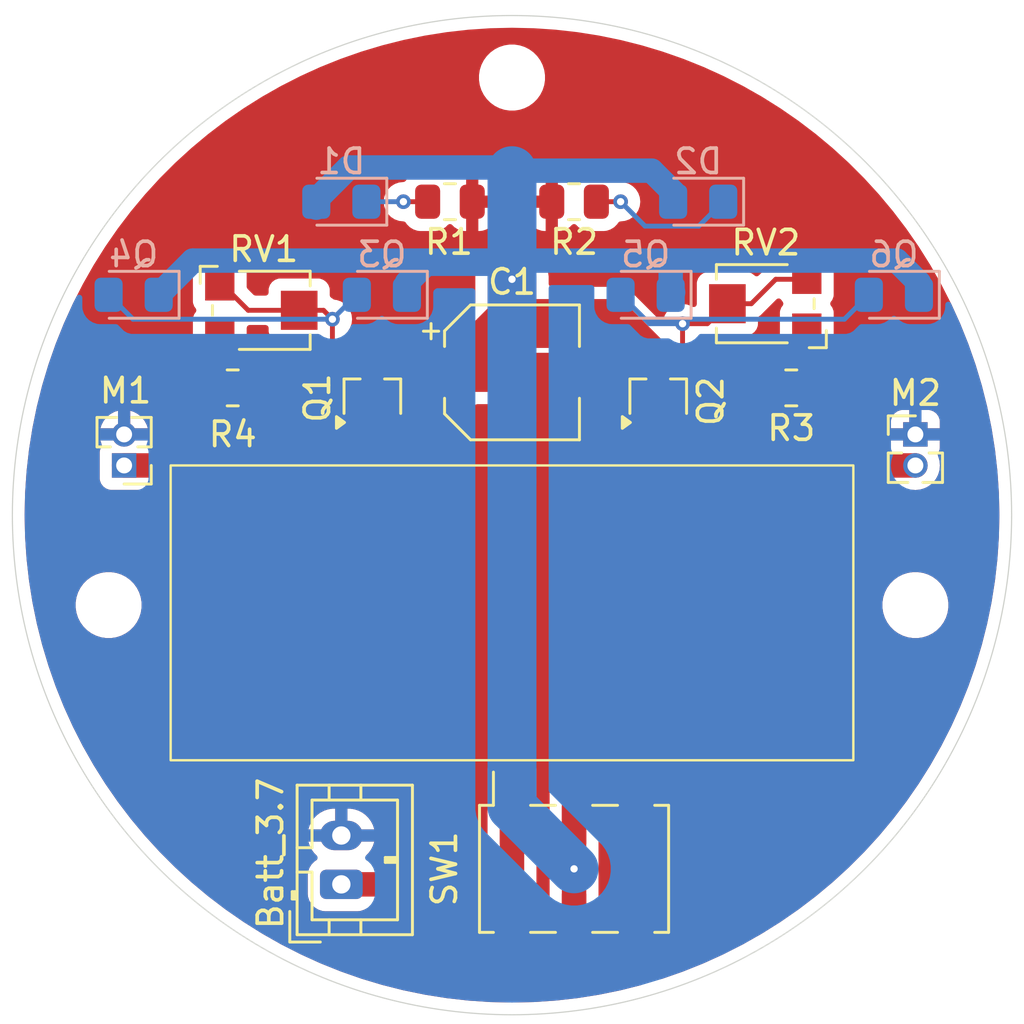
<source format=kicad_pcb>
(kicad_pcb (version 20240108) (generator "pcbnew") (generator_version "8.0")
  (layers (0 "F.Cu" signal) (31 "B.Cu" signal) (34 "B.Paste" user) (35 "F.Paste" user) (36 "B.SilkS" user "B.Silkscreen") (37 "F.SilkS" user "F.Silkscreen") (38 "B.Mask" user) (39 "F.Mask" user) (44 "Edge.Cuts" user))
  (net 0 "")
  (net 1 "Net-(Batt_3.7-Pin_1)")
  (net 2 "GND")
  (net 3 "+BATT")
  (net 4 "Net-(D1-K)")
  (net 5 "Net-(D2-K)")
  (net 6 "Net-(M1-+)")
  (net 7 "Net-(M2--)")
  (net 8 "Net-(Q1-G)")
  (net 9 "Net-(Q2-G)")
  (net 10 "Net-(R3-Pad1)")
  (net 11 "Net-(R4-Pad1)")
  (footprint "Connector_PinHeader_1.27mm:PinHeader_1x02_P1.27mm_Vertical" (layer "F.Cu") (at 154.305 78.74)
    (property "Reference" "M2" (at 0 -1.695 0) (layer "F.SilkS"))
    (property "Value" "Motor_DC")
    (fp_line (start -1.11 -0.76) (end 0 -0.76) (stroke (width 0.12)) (layer "F.SilkS"))
    (fp_line (start -1.11 0) (end -1.11 -0.76) (stroke (width 0.12)) (layer "F.SilkS"))
    (fp_line (start -1.11 0.76) (end -1.11 1.965) (stroke (width 0.12)) (layer "F.SilkS"))
    (fp_line (start -1.11 0.76) (end -0.563471 0.76) (stroke (width 0.12)) (layer "F.SilkS"))
    (fp_line (start -1.11 1.965) (end -0.30753 1.965) (stroke (width 0.12)) (layer "F.SilkS"))
    (fp_line (start 0.30753 1.965) (end 1.11 1.965) (stroke (width 0.12)) (layer "F.SilkS"))
    (fp_line (start 0.563471 0.76) (end 1.11 0.76) (stroke (width 0.12)) (layer "F.SilkS"))
    (fp_line (start 1.11 0.76) (end 1.11 1.965) (stroke (width 0.12)) (layer "F.SilkS"))
    (pad "1" thru_hole rect (at 0 0) (size 1 1) (drill 0.65) (layers "*.Cu" "*.Mask") (net 2 "GND"))
    (pad "2" thru_hole oval (at 0 1.27) (size 1 1) (drill 0.65) (layers "*.Cu" "*.Mask") (net 7 "Net-(M2--)"))
  )
  (footprint "Connector_PinHeader_1.27mm:PinHeader_1x02_P1.27mm_Vertical" (layer "F.Cu") (at 121.92 80.01 180)
    (property "Reference" "M1" (at -0.058423 3.059376 0) (layer "F.SilkS"))
    (property "Value" "Motor_DC")
    (fp_line (start 1.11 0.76) (end 1.11 1.965) (stroke (width 0.12)) (layer "F.SilkS"))
    (fp_line (start 0.563471 0.76) (end 1.11 0.76) (stroke (width 0.12)) (layer "F.SilkS"))
    (fp_line (start 0.30753 1.965) (end 1.11 1.965) (stroke (width 0.12)) (layer "F.SilkS"))
    (fp_line (start -1.11 1.965) (end -0.30753 1.965) (stroke (width 0.12)) (layer "F.SilkS"))
    (fp_line (start -1.11 0.76) (end -0.563471 0.76) (stroke (width 0.12)) (layer "F.SilkS"))
    (fp_line (start -1.11 0.76) (end -1.11 1.965) (stroke (width 0.12)) (layer "F.SilkS"))
    (fp_line (start -1.11 0) (end -1.11 -0.76) (stroke (width 0.12)) (layer "F.SilkS"))
    (fp_line (start -1.11 -0.76) (end 0 -0.76) (stroke (width 0.12)) (layer "F.SilkS"))
    (pad "1" thru_hole rect (at 0 0 180) (size 1 1) (drill 0.65) (layers "*.Cu" "*.Mask") (net 6 "Net-(M1-+)"))
    (pad "2" thru_hole oval (at 0 1.27 180) (size 1 1) (drill 0.65) (layers "*.Cu" "*.Mask") (net 2 "GND"))
  )
  (footprint "Potentiometer_SMD:Potentiometer_Bourns_TC33X_Vertical" (layer "F.Cu") (at 148.06 73.39 180)
    (property "Reference" "RV2" (at -0.123275 2.498276 0) (layer "F.SilkS"))
    (property "Value" "4k7")
    (fp_line (start 1.9 1.6) (end 1.9 1) (stroke (width 0.12)) (layer "F.SilkS"))
    (fp_line (start 1.9 -1.6) (end 1.9 -1) (stroke (width 0.12)) (layer "F.SilkS"))
    (fp_line (start -1 1.6) (end 1.9 1.6) (stroke (width 0.12)) (layer "F.SilkS"))
    (fp_line (start -1 -1.6) (end 1.9 -1.6) (stroke (width 0.12)) (layer "F.SilkS"))
    (fp_line (start -1.9 -1.8) (end -2.6 -1.8) (stroke (width 0.12)) (layer "F.SilkS"))
    (fp_line (start -2.1 -0.2) (end -2.1 0.2) (stroke (width 0.12)) (layer "F.SilkS"))
    (fp_line (start -2.6 -1.8) (end -2.6 -1.1) (stroke (width 0.12)) (layer "F.SilkS"))
    (pad "1" smd rect (at -1.8 -1 180) (size 1.2 1.2) (layers "F.Cu" "F.Paste" "F.Mask") (net 10 "Net-(R3-Pad1)"))
    (pad "2" smd rect (at 1.45 0 180) (size 1.5 1.6) (layers "F.Cu" "F.Paste" "F.Mask") (net 9 "Net-(Q2-G)"))
    (pad "3" smd rect (at -1.8 1 180) (size 1.2 1.2) (layers "F.Cu" "F.Paste" "F.Mask") (net 9 "Net-(Q2-G)"))
  )
  (footprint "Package_TO_SOT_SMD:SOT-323_SC-70" (layer "F.Cu") (at 132.08 77.2 90)
    (property "Reference" "Q1" (at -0.05 -2.25 90) (layer "F.SilkS"))
    (property "Value" "SSM3K122TU")
    (fp_line (start 0.73 -1.16) (end 0.73 -0.5) (stroke (width 0.12)) (layer "F.SilkS"))
    (fp_line (start -0.68 -1.16) (end 0.73 -1.16) (stroke (width 0.12)) (layer "F.SilkS"))
    (fp_line (start 0.73 0.5) (end 0.73 1.16) (stroke (width 0.12)) (layer "F.SilkS"))
    (fp_line (start -0.68 1.16) (end 0.73 1.16) (stroke (width 0.12)) (layer "F.SilkS"))
    (fp_poly (pts (xy -1.05 -1.14) (xy -1.29 -1.47) (xy -0.81 -1.47) (xy -1.05 -1.14)) (stroke (width 0.12)) (fill solid) (layer "F.SilkS"))
    (pad "1" smd roundrect (at -1 -0.65) (size 0.45 0.7) (layers "F.Cu" "F.Paste" "F.Mask") (net 8 "Net-(Q1-G)"))
    (pad "2" smd roundrect (at -1 0.65) (size 0.45 0.7) (layers "F.Cu" "F.Paste" "F.Mask") (net 6 "Net-(M1-+)"))
    (pad "3" smd roundrect (at 1 0) (size 0.45 0.7) (layers "F.Cu" "F.Paste" "F.Mask") (net 3 "+BATT"))
  )
  (footprint "Resistor_SMD:R_0805_2012Metric" (layer "F.Cu") (at 135.255 69.215)
    (property "Reference" "R1" (at -0.042303 1.649881 0) (layer "F.SilkS"))
    (property "Value" "110R")
    (fp_line (start -0.227064 -0.735) (end 0.227064 -0.735) (stroke (width 0.12)) (layer "F.SilkS"))
    (fp_line (start -0.227064 0.735) (end 0.227064 0.735) (stroke (width 0.12)) (layer "F.SilkS"))
    (pad "1" smd roundrect (at -0.9125 0) (size 1.025 1.4) (layers "F.Cu" "F.Paste" "F.Mask") (roundrect_rratio 0.243902) (net 4 "Net-(D1-K)"))
    (pad "2" smd roundrect (at 0.9125 0) (size 1.025 1.4) (layers "F.Cu" "F.Paste" "F.Mask") (roundrect_rratio 0.243902) (net 2 "GND"))
  )
  (footprint "MountingHole:MountingHole_2.2mm_M2" (layer "F.Cu") (at 154.305 85.725)
    (property "Reference" "Hole" (hide yes))
    (property "Value" "" (hide yes))
    (pad "" np_thru_hole circle (at 0 0) (size 2.2 2.2) (drill 2.2) (layers "*.Cu" "*.Mask"))
  )
  (footprint "Connector_PinSocket_2.54mm:PinSocket_2x03_P2.54mm_Vertical_SMD" (layer "F.Cu") (at 140.335 96.52 90)
    (property "Reference" "SW1" (at 0 -5.31 90) (layer "F.SilkS"))
    (property "Value" "ON_OFF")
    (fp_line (start 2.6 -3.87) (end 2.6 -3.3) (stroke (width 0.12)) (layer "F.SilkS"))
    (fp_line (start -2.6 -3.87) (end 2.6 -3.87) (stroke (width 0.12)) (layer "F.SilkS"))
    (fp_line (start -2.6 -3.87) (end -2.6 -3.3) (stroke (width 0.12)) (layer "F.SilkS"))
    (fp_line (start 2.6 -3.3) (end 3.96 -3.3) (stroke (width 0.12)) (layer "F.SilkS"))
    (fp_line (start 2.6 -1.78) (end 2.6 -0.76) (stroke (width 0.12)) (layer "F.SilkS"))
    (fp_line (start -2.6 -1.78) (end -2.6 -0.76) (stroke (width 0.12)) (layer "F.SilkS"))
    (fp_line (start 2.6 0.76) (end 2.6 1.78) (stroke (width 0.12)) (layer "F.SilkS"))
    (fp_line (start -2.6 0.76) (end -2.6 1.78) (stroke (width 0.12)) (layer "F.SilkS"))
    (fp_line (start 2.6 3.3) (end 2.6 3.87) (stroke (width 0.12)) (layer "F.SilkS"))
    (fp_line (start -2.6 3.3) (end -2.6 3.87) (stroke (width 0.12)) (layer "F.SilkS"))
    (fp_line (start -2.6 3.87) (end 2.6 3.87) (stroke (width 0.12)) (layer "F.SilkS"))
    (pad "1" smd rect (at -2.52 -2.54 90) (size 3 1) (layers "F.Cu" "F.Paste" "F.Mask") (net 1 "Net-(Batt_3.7-Pin_1)"))
    (pad "2" smd rect (at -2.52 0 90) (size 3 1) (layers "F.Cu" "F.Paste" "F.Mask") (net 3 "+BATT"))
    (pad "3" smd rect (at -2.52 2.54 90) (size 3 1) (layers "F.Cu" "F.Paste" "F.Mask"))
    (pad "4" smd rect (at 2.52 2.54 90) (size 3 1) (layers "F.Cu" "F.Paste" "F.Mask"))
    (pad "5" smd rect (at 2.52 0 90) (size 3 1) (layers "F.Cu" "F.Paste" "F.Mask") (net 3 "+BATT"))
    (pad "6" smd rect (at 2.52 -2.54 90) (size 3 1) (layers "F.Cu" "F.Paste" "F.Mask") (net 1 "Net-(Batt_3.7-Pin_1)"))
  )
  (footprint "Resistor_SMD:R_0805_2012Metric" (layer "F.Cu") (at 126.365 76.835)
    (property "Reference" "R4" (at 0 1.905 0) (layer "F.SilkS"))
    (property "Value" "1k5")
    (fp_line (start -0.227064 -0.735) (end 0.227064 -0.735) (stroke (width 0.12)) (layer "F.SilkS"))
    (fp_line (start -0.227064 0.735) (end 0.227064 0.735) (stroke (width 0.12)) (layer "F.SilkS"))
    (pad "1" smd roundrect (at -0.9125 0) (size 1.025 1.4) (layers "F.Cu" "F.Paste" "F.Mask") (roundrect_rratio 0.243902) (net 11 "Net-(R4-Pad1)"))
    (pad "2" smd roundrect (at 0.9125 0) (size 1.025 1.4) (layers "F.Cu" "F.Paste" "F.Mask") (roundrect_rratio 0.243902) (net 2 "GND"))
  )
  (footprint "Resistor_SMD:R_0805_2012Metric" (layer "F.Cu") (at 149.225 76.835 180)
    (property "Reference" "R3" (at 0 -1.65 0) (layer "F.SilkS"))
    (property "Value" "1k5")
    (fp_line (start -0.227064 0.735) (end 0.227064 0.735) (stroke (width 0.12)) (layer "F.SilkS"))
    (fp_line (start -0.227064 -0.735) (end 0.227064 -0.735) (stroke (width 0.12)) (layer "F.SilkS"))
    (pad "1" smd roundrect (at -0.9125 0 180) (size 1.025 1.4) (layers "F.Cu" "F.Paste" "F.Mask") (roundrect_rratio 0.243902) (net 10 "Net-(R3-Pad1)"))
    (pad "2" smd roundrect (at 0.9125 0 180) (size 1.025 1.4) (layers "F.Cu" "F.Paste" "F.Mask") (roundrect_rratio 0.243902) (net 2 "GND"))
  )
  (footprint "Package_TO_SOT_SMD:SOT-323_SC-70" (layer "F.Cu") (at 143.78 77.2 90)
    (property "Reference" "Q2" (at -0.183526 2.146883 90) (layer "F.SilkS"))
    (property "Value" "SSM3K122TU")
    (fp_line (start 0.73 -1.16) (end 0.73 -0.5) (stroke (width 0.12)) (layer "F.SilkS"))
    (fp_line (start -0.68 -1.16) (end 0.73 -1.16) (stroke (width 0.12)) (layer "F.SilkS"))
    (fp_line (start 0.73 0.5) (end 0.73 1.16) (stroke (width 0.12)) (layer "F.SilkS"))
    (fp_line (start -0.68 1.16) (end 0.73 1.16) (stroke (width 0.12)) (layer "F.SilkS"))
    (fp_poly (pts (xy -1.05 -1.14) (xy -1.29 -1.47) (xy -0.81 -1.47) (xy -1.05 -1.14)) (stroke (width 0.12)) (fill solid) (layer "F.SilkS"))
    (pad "1" smd roundrect (at -1 -0.65) (size 0.45 0.7) (layers "F.Cu" "F.Paste" "F.Mask") (net 9 "Net-(Q2-G)"))
    (pad "2" smd roundrect (at -1 0.65) (size 0.45 0.7) (layers "F.Cu" "F.Paste" "F.Mask") (net 7 "Net-(M2--)"))
    (pad "3" smd roundrect (at 1 0) (size 0.45 0.7) (layers "F.Cu" "F.Paste" "F.Mask") (net 3 "+BATT"))
  )
  (footprint "MountingHole:MountingHole_2.2mm_M2" (layer "F.Cu") (at 121.285 85.725)
    (property "Reference" "Hole" (hide yes))
    (property "Value" "" (hide yes))
    (pad "" np_thru_hole circle (at 0 0) (size 2.2 2.2) (drill 2.2) (layers "*.Cu" "*.Mask"))
  )
  (footprint "Resistor_SMD:R_0805_2012Metric" (layer "F.Cu") (at 140.335 69.215 180)
    (property "Reference" "R2" (at 0 -1.65 0) (layer "F.SilkS"))
    (property "Value" "110R")
    (fp_line (start -0.227064 0.735) (end 0.227064 0.735) (stroke (width 0.12)) (layer "F.SilkS"))
    (fp_line (start -0.227064 -0.735) (end 0.227064 -0.735) (stroke (width 0.12)) (layer "F.SilkS"))
    (pad "1" smd roundrect (at -0.9125 0 180) (size 1.025 1.4) (layers "F.Cu" "F.Paste" "F.Mask") (roundrect_rratio 0.243902) (net 5 "Net-(D2-K)"))
    (pad "2" smd roundrect (at 0.9125 0 180) (size 1.025 1.4) (layers "F.Cu" "F.Paste" "F.Mask") (roundrect_rratio 0.243902) (net 2 "GND"))
  )
  (footprint "Capacitor_SMD:CP_Elec_5x5.4" (layer "F.Cu") (at 137.795 76.2)
    (property "Reference" "C1" (at 0 -3.7 0) (layer "F.SilkS"))
    (property "Value" "47uF")
    (fp_line (start -3.625 -1.685) (end -3 -1.685) (stroke (width 0.12)) (layer "F.SilkS"))
    (fp_line (start -3.3125 -1.9975) (end -3.3125 -1.3725) (stroke (width 0.12)) (layer "F.SilkS"))
    (fp_line (start -2.76 -1.695563) (end -2.76 -1.06) (stroke (width 0.12)) (layer "F.SilkS"))
    (fp_line (start -2.76 -1.695563) (end -1.695563 -2.76) (stroke (width 0.12)) (layer "F.SilkS"))
    (fp_line (start -2.76 1.695563) (end -2.76 1.06) (stroke (width 0.12)) (layer "F.SilkS"))
    (fp_line (start -2.76 1.695563) (end -1.695563 2.76) (stroke (width 0.12)) (layer "F.SilkS"))
    (fp_line (start -1.695563 -2.76) (end 2.76 -2.76) (stroke (width 0.12)) (layer "F.SilkS"))
    (fp_line (start -1.695563 2.76) (end 2.76 2.76) (stroke (width 0.12)) (layer "F.SilkS"))
    (fp_line (start 2.76 -2.76) (end 2.76 -1.06) (stroke (width 0.12)) (layer "F.SilkS"))
    (fp_line (start 2.76 2.76) (end 2.76 1.06) (stroke (width 0.12)) (layer "F.SilkS"))
    (pad "1" smd roundrect (at -2.2 0) (size 3 1.6) (layers "F.Cu" "F.Paste" "F.Mask") (roundrect_rratio 0.15625) (net 3 "+BATT"))
    (pad "2" smd roundrect (at 2.2 0) (size 3 1.6) (layers "F.Cu" "F.Paste" "F.Mask") (roundrect_rratio 0.15625) (net 2 "GND"))
  )
  (footprint "MountingHole:MountingHole_2.2mm_M2" (layer "F.Cu") (at 137.795 64.135)
    (property "Reference" "Hole" (hide yes))
    (property "Value" "" (hide yes))
    (pad "" np_thru_hole circle (at 0 0) (size 2.2 2.2) (drill 2.2) (layers "*.Cu" "*.Mask"))
  )
  (footprint "Connector_JST:JST_PH_B2B-PH-K_1x02_P2.00mm_Vertical" (layer "F.Cu") (at 130.81 97.155 90)
    (property "Reference" "Batt_3.7" (at 1.27 -2.9 90) (layer "F.SilkS"))
    (property "Value" "Battery")
    (fp_line (start -1.11 -2.11) (end -2.36 -2.11) (stroke (width 0.12)) (layer "F.SilkS"))
    (fp_line (start -2.36 -2.11) (end -2.36 -0.86) (stroke (width 0.12)) (layer "F.SilkS"))
    (fp_line (start -0.3 -2.01) (end -0.6 -2.01) (stroke (width 0.12)) (layer "F.SilkS"))
    (fp_line (start -0.6 -2.01) (end -0.6 -1.81) (stroke (width 0.12)) (layer "F.SilkS"))
    (fp_line (start -0.3 -1.91) (end -0.6 -1.91) (stroke (width 0.12)) (layer "F.SilkS"))
    (fp_line (start 4.06 -1.81) (end -2.06 -1.81) (stroke (width 0.12)) (layer "F.SilkS"))
    (fp_line (start 0.5 -1.81) (end 0.5 -1.2) (stroke (width 0.12)) (layer "F.SilkS"))
    (fp_line (start -0.3 -1.81) (end -0.3 -2.01) (stroke (width 0.12)) (layer "F.SilkS"))
    (fp_line (start -2.06 -1.81) (end -2.06 2.91) (stroke (width 0.12)) (layer "F.SilkS"))
    (fp_line (start 3.45 -1.2) (end 1.5 -1.2) (stroke (width 0.12)) (layer "F.SilkS"))
    (fp_line (start 1.5 -1.2) (end 1.5 -1.81) (stroke (width 0.12)) (layer "F.SilkS"))
    (fp_line (start 0.5 -1.2) (end -1.45 -1.2) (stroke (width 0.12)) (layer "F.SilkS"))
    (fp_line (start -1.45 -1.2) (end -1.45 2.3) (stroke (width 0.12)) (layer "F.SilkS"))
    (fp_line (start 4.06 -0.5) (end 3.45 -0.5) (stroke (width 0.12)) (layer "F.SilkS"))
    (fp_line (start -2.06 -0.5) (end -1.45 -0.5) (stroke (width 0.12)) (layer "F.SilkS"))
    (fp_line (start 4.06 0.8) (end 3.45 0.8) (stroke (width 0.12)) (layer "F.SilkS"))
    (fp_line (start -2.06 0.8) (end -1.45 0.8) (stroke (width 0.12)) (layer "F.SilkS"))
    (fp_line (start 1.1 1.8) (end 1.1 2.3) (stroke (width 0.12)) (layer "F.SilkS"))
    (fp_line (start 0.9 1.8) (end 1.1 1.8) (stroke (width 0.12)) (layer "F.SilkS"))
    (fp_line (start 3.45 2.3) (end 3.45 -1.2) (stroke (width 0.12)) (layer "F.SilkS"))
    (fp_line (start 1 2.3) (end 1 1.8) (stroke (width 0.12)) (layer "F.SilkS"))
    (fp_line (start 0.9 2.3) (end 0.9 1.8) (stroke (width 0.12)) (layer "F.SilkS"))
    (fp_line (start -1.45 2.3) (end 3.45 2.3) (stroke (width 0.12)) (layer "F.SilkS"))
    (fp_line (start 4.06 2.91) (end 4.06 -1.81) (stroke (width 0.12)) (layer "F.SilkS"))
    (fp_line (start -2.06 2.91) (end 4.06 2.91) (stroke (width 0.12)) (layer "F.SilkS"))
    (pad "1" thru_hole roundrect (at 0 0 90) (size 1.2 1.75) (drill 0.75) (layers "*.Cu" "*.Mask") (roundrect_rratio 0.208333) (net 1 "Net-(Batt_3.7-Pin_1)"))
    (pad "2" thru_hole oval (at 2 0 90) (size 1.2 1.75) (drill 0.75) (layers "*.Cu" "*.Mask") (net 2 "GND"))
  )
  (footprint "Potentiometer_SMD:Potentiometer_Bourns_TC33X_Vertical" (layer "F.Cu") (at 127.635 73.66)
    (property "Reference" "RV1" (at 0 -2.5 0) (layer "F.SilkS"))
    (property "Value" "4k7")
    (fp_line (start -2.6 -1.8) (end -2.6 -1.1) (stroke (width 0.12)) (layer "F.SilkS"))
    (fp_line (start -2.1 -0.2) (end -2.1 0.2) (stroke (width 0.12)) (layer "F.SilkS"))
    (fp_line (start -1.9 -1.8) (end -2.6 -1.8) (stroke (width 0.12)) (layer "F.SilkS"))
    (fp_line (start -1 -1.6) (end 1.9 -1.6) (stroke (width 0.12)) (layer "F.SilkS"))
    (fp_line (start -1 1.6) (end 1.9 1.6) (stroke (width 0.12)) (layer "F.SilkS"))
    (fp_line (start 1.9 -1.6) (end 1.9 -1) (stroke (width 0.12)) (layer "F.SilkS"))
    (fp_line (start 1.9 1.6) (end 1.9 1) (stroke (width 0.12)) (layer "F.SilkS"))
    (pad "1" smd rect (at -1.8 -1) (size 1.2 1.2) (layers "F.Cu" "F.Paste" "F.Mask") (net 8 "Net-(Q1-G)"))
    (pad "2" smd rect (at 1.45 0) (size 1.5 1.6) (layers "F.Cu" "F.Paste" "F.Mask") (net 8 "Net-(Q1-G)"))
    (pad "3" smd rect (at -1.8 1) (size 1.2 1.2) (layers "F.Cu" "F.Paste" "F.Mask") (net 11 "Net-(R4-Pad1)"))
  )
  (footprint "LED_SMD:LED_0805_2012Metric_Pad1.15x1.40mm_HandSolder" (layer "B.Cu") (at 145.415 69.215 180)
    (property "Reference" "D2" (at 0 1.65 0) (layer "B.SilkS") (effects (justify mirror)))
    (property "Value" "SIR0805CS")
    (fp_line (start 1 -0.96) (end -1.86 -0.96) (stroke (width 0.12)) (layer "B.SilkS"))
    (fp_line (start -1.86 0.96) (end 1 0.96) (stroke (width 0.12)) (layer "B.SilkS"))
    (fp_line (start -1.86 -0.96) (end -1.86 0.96) (stroke (width 0.12)) (layer "B.SilkS"))
    (pad "1" smd roundrect (at -1.025 0 180) (size 1.15 1.4) (layers "B.Cu" "B.Paste" "B.Mask") (roundrect_rratio 0.217391) (net 5 "Net-(D2-K)"))
    (pad "2" smd roundrect (at 1.025 0 180) (size 1.15 1.4) (layers "B.Cu" "B.Paste" "B.Mask") (roundrect_rratio 0.217391) (net 3 "+BATT"))
  )
  (footprint "LED_SMD:LED_0805_2012Metric_Pad1.15x1.40mm_HandSolder" (layer "B.Cu") (at 130.81 69.215 180)
    (property "Reference" "D1" (at 0 1.65 0) (layer "B.SilkS") (effects (justify mirror)))
    (property "Value" "SIR0805CS")
    (fp_line (start 1 -0.96) (end -1.86 -0.96) (stroke (width 0.12)) (layer "B.SilkS"))
    (fp_line (start -1.86 0.96) (end 1 0.96) (stroke (width 0.12)) (layer "B.SilkS"))
    (fp_line (start -1.86 -0.96) (end -1.86 0.96) (stroke (width 0.12)) (layer "B.SilkS"))
    (pad "1" smd roundrect (at -1.025 0 180) (size 1.15 1.4) (layers "B.Cu" "B.Paste" "B.Mask") (roundrect_rratio 0.217391) (net 4 "Net-(D1-K)"))
    (pad "2" smd roundrect (at 1.025 0 180) (size 1.15 1.4) (layers "B.Cu" "B.Paste" "B.Mask") (roundrect_rratio 0.217391) (net 3 "+BATT"))
  )
  (footprint "LED_SMD:LED_0805_2012Metric_Pad1.15x1.40mm_HandSolder" (layer "B.Cu") (at 122.31 73.025 180)
    (property "Reference" "Q4" (at 0 1.65 0) (layer "B.SilkS") (effects (justify mirror)))
    (property "Value" "PT0805CS")
    (fp_line (start 1 -0.96) (end -1.86 -0.96) (stroke (width 0.12)) (layer "B.SilkS"))
    (fp_line (start -1.86 0.96) (end 1 0.96) (stroke (width 0.12)) (layer "B.SilkS"))
    (fp_line (start -1.86 -0.96) (end -1.86 0.96) (stroke (width 0.12)) (layer "B.SilkS"))
    (pad "1" smd roundrect (at -1.025 0 180) (size 1.15 1.4) (layers "B.Cu" "B.Paste" "B.Mask") (roundrect_rratio 0.217391) (net 3 "+BATT"))
    (pad "2" smd roundrect (at 1.025 0 180) (size 1.15 1.4) (layers "B.Cu" "B.Paste" "B.Mask") (roundrect_rratio 0.217391) (net 8 "Net-(Q1-G)"))
  )
  (footprint "LED_SMD:LED_0805_2012Metric_Pad1.15x1.40mm_HandSolder" (layer "B.Cu") (at 143.265 73.025 180)
    (property "Reference" "Q5" (at 0 1.65 0) (layer "B.SilkS") (effects (justify mirror)))
    (property "Value" "PT0805CS")
    (fp_line (start 1 -0.96) (end -1.86 -0.96) (stroke (width 0.12)) (layer "B.SilkS"))
    (fp_line (start -1.86 0.96) (end 1 0.96) (stroke (width 0.12)) (layer "B.SilkS"))
    (fp_line (start -1.86 -0.96) (end -1.86 0.96) (stroke (width 0.12)) (layer "B.SilkS"))
    (pad "1" smd roundrect (at -1.025 0 180) (size 1.15 1.4) (layers "B.Cu" "B.Paste" "B.Mask") (roundrect_rratio 0.217391) (net 3 "+BATT"))
    (pad "2" smd roundrect (at 1.025 0 180) (size 1.15 1.4) (layers "B.Cu" "B.Paste" "B.Mask") (roundrect_rratio 0.217391) (net 9 "Net-(Q2-G)"))
  )
  (footprint "LED_SMD:LED_0805_2012Metric_Pad1.15x1.40mm_HandSolder" (layer "B.Cu") (at 132.47 73.025 180)
    (property "Reference" "Q3" (at 0 1.65 0) (layer "B.SilkS") (effects (justify mirror)))
    (property "Value" "PT0805CS")
    (fp_line (start 1 -0.96) (end -1.86 -0.96) (stroke (width 0.12)) (layer "B.SilkS"))
    (fp_line (start -1.86 0.96) (end 1 0.96) (stroke (width 0.12)) (layer "B.SilkS"))
    (fp_line (start -1.86 -0.96) (end -1.86 0.96) (stroke (width 0.12)) (layer "B.SilkS"))
    (pad "1" smd roundrect (at -1.025 0 180) (size 1.15 1.4) (layers "B.Cu" "B.Paste" "B.Mask") (roundrect_rratio 0.217391) (net 3 "+BATT"))
    (pad "2" smd roundrect (at 1.025 0 180) (size 1.15 1.4) (layers "B.Cu" "B.Paste" "B.Mask") (roundrect_rratio 0.217391) (net 8 "Net-(Q1-G)"))
  )
  (footprint "LED_SMD:LED_0805_2012Metric_Pad1.15x1.40mm_HandSolder" (layer "B.Cu") (at 153.425 73.025 180)
    (property "Reference" "Q6" (at 0 1.65 0) (layer "B.SilkS") (effects (justify mirror)))
    (property "Value" "PT0805CS")
    (fp_line (start 1 -0.96) (end -1.86 -0.96) (stroke (width 0.12)) (layer "B.SilkS"))
    (fp_line (start -1.86 0.96) (end 1 0.96) (stroke (width 0.12)) (layer "B.SilkS"))
    (fp_line (start -1.86 -0.96) (end -1.86 0.96) (stroke (width 0.12)) (layer "B.SilkS"))
    (pad "1" smd roundrect (at -1.025 0 180) (size 1.15 1.4) (layers "B.Cu" "B.Paste" "B.Mask") (roundrect_rratio 0.217391) (net 3 "+BATT"))
    (pad "2" smd roundrect (at 1.025 0 180) (size 1.15 1.4) (layers "B.Cu" "B.Paste" "B.Mask") (roundrect_rratio 0.217391) (net 9 "Net-(Q2-G)"))
  )
  (gr_rect (start 123.825 80.01) (end 151.765 92.075) (stroke (width 0.1)) (fill none) (layer "F.SilkS"))
  (gr_circle (center 137.795 82.043577) (end 146.685 100.458577) (stroke (width 0.05)) (fill none) (layer "Edge.Cuts"))
  (segment (start 137.795 97.155) (end 130.81 97.155) (width 1) (layer "F.Cu") (net 1))
  (segment (start 137.795 94) (end 137.795 99.04) (width 1) (layer "F.Cu") (net 1))
  (segment (start 140.335 94) (end 140.335 99.04) (width 1) (layer "F.Cu") (net 3))
  (segment (start 143.475711 75.823173) (end 143.475711 75.895711) (width 2) (layer "F.Cu") (net 3))
  (segment (start 137.795 74) (end 137.595 74.2) (width 2) (layer "F.Cu") (net 3))
  (segment (start 137.595 74.2) (end 141.852538 74.2) (width 2) (layer "F.Cu") (net 3))
  (segment (start 141.852538 74.2) (end 143.475711 75.823173) (width 2) (layer "F.Cu") (net 3))
  (segment (start 132.08 76.2) (end 135.595 76.2) (width 2) (layer "F.Cu") (net 3))
  (segment (start 137.795 74) (end 137.795 72.39) (width 2) (layer "F.Cu") (net 3))
  (segment (start 135.595 76.2) (end 137.795 74) (width 2) (layer "F.Cu") (net 3))
  (via (at 140.335 96.52) (size 0.6) (drill 0.3) (layers "F.Cu" "B.Cu") (net 3))
  (via (at 137.795 72.39) (size 0.6) (drill 0.3) (layers "F.Cu" "B.Cu") (net 3))
  (segment (start 124.735 71.625) (end 123.335 73.025) (width 1) (layer "B.Cu") (net 3))
  (segment (start 131.10957 67.815) (end 129.785 69.13957) (width 1) (layer "B.Cu") (net 3))
  (segment (start 134.275 71.755) (end 133.495 72.535) (width 1) (layer "B.Cu") (net 3))
  (segment (start 154.45 72.535) (end 154.45 73.025) (width 1) (layer "B.Cu") (net 3))
  (segment (start 137.795 93.98) (end 140.335 96.52) (width 2) (layer "B.Cu") (net 3))
  (segment (start 144.39 72.925) (end 144.29 73.025) (width 1) (layer "B.Cu") (net 3))
  (segment (start 129.785 69.215) (end 129.785 69.46) (width 1) (layer "B.Cu") (net 3))
  (segment (start 144.145 71.625) (end 144.29 71.77) (width 1) (layer "B.Cu") (net 3))
  (segment (start 133.495 72.535) (end 133.495 73.025) (width 1) (layer "B.Cu") (net 3))
  (segment (start 137.795 67.945) (end 137.665 67.815) (width 1) (layer "B.Cu") (net 3))
  (segment (start 129.785 69.13957) (end 129.785 69.215) (width 1) (layer "B.Cu") (net 3))
  (segment (start 144.29 71.77) (end 144.29 73.025) (width 1) (layer "B.Cu") (net 3))
  (segment (start 137.795 71.755) (end 137.665 71.625) (width 1) (layer "B.Cu") (net 3))
  (segment (start 137.795 71.625) (end 144.145 71.625) (width 1) (layer "B.Cu") (net 3))
  (segment (start 137.795 67.945) (end 137.795 72.39) (width 2) (layer "B.Cu") (net 3))
  (segment (start 137.795 71.755) (end 134.275 71.755) (width 1) (layer "B.Cu") (net 3))
  (segment (start 144.145 71.625) (end 153.54 71.625) (width 1) (layer "B.Cu") (net 3))
  (segment (start 137.795 78.105) (end 137.795 80.645) (width 2) (layer "B.Cu") (net 3))
  (segment (start 137.665 71.625) (end 124.735 71.625) (width 1) (layer "B.Cu") (net 3))
  (segment (start 137.665 67.815) (end 131.10957 67.815) (width 1) (layer "B.Cu") (net 3))
  (segment (start 144.39 68.825) (end 144.39 69.215) (width 1) (layer "B.Cu") (net 3))
  (segment (start 137.795 67.945) (end 143.51 67.945) (width 1) (layer "B.Cu") (net 3))
  (segment (start 153.54 71.625) (end 154.45 72.535) (width 1) (layer "B.Cu") (net 3))
  (segment (start 137.795 72.39) (end 137.795 78.105) (width 2) (layer "B.Cu") (net 3))
  (segment (start 137.795 80.645) (end 137.795 93.98) (width 2) (layer "B.Cu") (net 3))
  (segment (start 143.51 67.945) (end 144.39 68.825) (width 1) (layer "B.Cu") (net 3))
  (segment (start 134.3425 69.215) (end 133.35 69.215) (width 0.2) (layer "F.Cu") (net 4))
  (via (at 133.35 69.215) (size 0.6) (drill 0.3) (layers "F.Cu" "B.Cu") (net 4))
  (segment (start 133.35 69.215) (end 131.835 69.215) (width 0.2) (layer "B.Cu") (net 4))
  (segment (start 142.24 69.215) (end 141.2475 69.215) (width 0.2) (layer "F.Cu") (net 5))
  (via (at 142.24 69.215) (size 0.6) (drill 0.3) (layers "F.Cu" "B.Cu") (net 5))
  (segment (start 142.24 69.215) (end 143.24 70.215) (width 0.2) (layer "B.Cu") (net 5))
  (segment (start 145.44 70.215) (end 146.44 69.215) (width 0.2) (layer "B.Cu") (net 5))
  (segment (start 143.24 70.215) (end 145.44 70.215) (width 0.2) (layer "B.Cu") (net 5))
  (segment (start 132.73 79.36) (end 132.73 78.2) (width 1) (layer "F.Cu") (net 6))
  (segment (start 121.92 80.01) (end 132.08 80.01) (width 1) (layer "F.Cu") (net 6))
  (segment (start 132.08 80.01) (end 132.73 79.36) (width 1) (layer "F.Cu") (net 6))
  (segment (start 145.51 78.2) (end 144.43 78.2) (width 1) (layer "F.Cu") (net 7))
  (segment (start 147.32 80.01) (end 145.51 78.2) (width 1) (layer "F.Cu") (net 7))
  (segment (start 154.305 80.01) (end 147.32 80.01) (width 1) (layer "F.Cu") (net 7))
  (segment (start 130.08 73.66) (end 130.445 74.025) (width 0.2) (layer "F.Cu") (net 8))
  (segment (start 129.085 73.66) (end 130.08 73.66) (width 0.2) (layer "F.Cu") (net 8))
  (segment (start 130.445 77.215) (end 130.445 74.025) (width 0.2) (layer "F.Cu") (net 8))
  (segment (start 126 72.66) (end 127 73.66) (width 0.2) (layer "F.Cu") (net 8))
  (segment (start 131.43 78.2) (end 130.445 77.215) (width 0.2) (layer "F.Cu") (net 8))
  (segment (start 125.835 72.66) (end 126 72.66) (width 0.2) (layer "F.Cu") (net 8))
  (segment (start 127 73.66) (end 129.085 73.66) (width 0.2) (layer "F.Cu") (net 8))
  (via (at 130.445 74.025) (size 0.6) (drill 0.3) (layers "F.Cu" "B.Cu") (net 8))
  (segment (start 130.445 74.025) (end 131.445 73.025) (width 0.2) (layer "B.Cu") (net 8))
  (segment (start 122.285 74.025) (end 121.285 73.025) (width 0.2) (layer "B.Cu") (net 8))
  (segment (start 130.445 74.025) (end 122.285 74.025) (width 0.2) (layer "B.Cu") (net 8))
  (segment (start 147.59 73.39) (end 148.59 72.39) (width 0.2) (layer "F.Cu") (net 9))
  (segment (start 145.792273 74.207727) (end 146.61 73.39) (width 0.2) (layer "F.Cu") (net 9))
  (segment (start 144.775711 74.207727) (end 144.775711 76.554289) (width 0.2) (layer "F.Cu") (net 9))
  (segment (start 146.61 73.39) (end 147.59 73.39) (width 0.2) (layer "F.Cu") (net 9))
  (segment (start 148.59 72.39) (end 149.86 72.39) (width 0.2) (layer "F.Cu") (net 9))
  (segment (start 144.775711 74.207727) (end 145.792273 74.207727) (width 0.2) (layer "F.Cu") (net 9))
  (segment (start 144.775711 76.554289) (end 143.13 78.2) (width 0.2) (layer "F.Cu") (net 9))
  (via (at 144.775711 74.207727) (size 0.6) (drill 0.3) (layers "F.Cu" "B.Cu") (net 9))
  (segment (start 143.24 74.025) (end 142.24 73.025) (width 0.2) (layer "B.Cu") (net 9))
  (segment (start 152.4 73.025) (end 151.4 74.025) (width 0.2) (layer "B.Cu") (net 9))
  (segment (start 144.775711 74.207727) (end 143.422727 74.207727) (width 0.2) (layer "B.Cu") (net 9))
  (segment (start 143.422727 74.207727) (end 143.24 74.025) (width 0.2) (layer "B.Cu") (net 9))
  (segment (start 151.4 74.025) (end 143.24 74.025) (width 0.2) (layer "B.Cu") (net 9))
  (segment (start 149.86 74.39) (end 149.86 76.5575) (width 0.2) (layer "F.Cu") (net 10))
  (segment (start 149.86 76.5575) (end 150.1375 76.835) (width 0.2) (layer "F.Cu") (net 10))
  (segment (start 125.835 75.9475) (end 125.4525 76.33) (width 0.2) (layer "F.Cu") (net 11))
  (segment (start 125.4525 76.33) (end 125.4525 76.835) (width 0.2) (layer "F.Cu") (net 11))
  (segment (start 125.835 76.4525) (end 125.4525 76.835) (width 0.2) (layer "F.Cu") (net 11))
  (segment (start 125.835 74.66) (end 125.835 76.4525) (width 0.2) (layer "F.Cu") (net 11))
  (zone (net 2) (net_name "GND") (layers "F&B.Cu") (connect_pads (clearance 0.5)) (min_thickness 0.25) (fill yes (thermal_gap 0.5) (thermal_bridge_width 0.5))
    (polygon (pts (xy 116.84 60.96) (xy 116.84 102.87) (xy 158.75 102.87) (xy 158.75 60.96)))
  )
)
</source>
